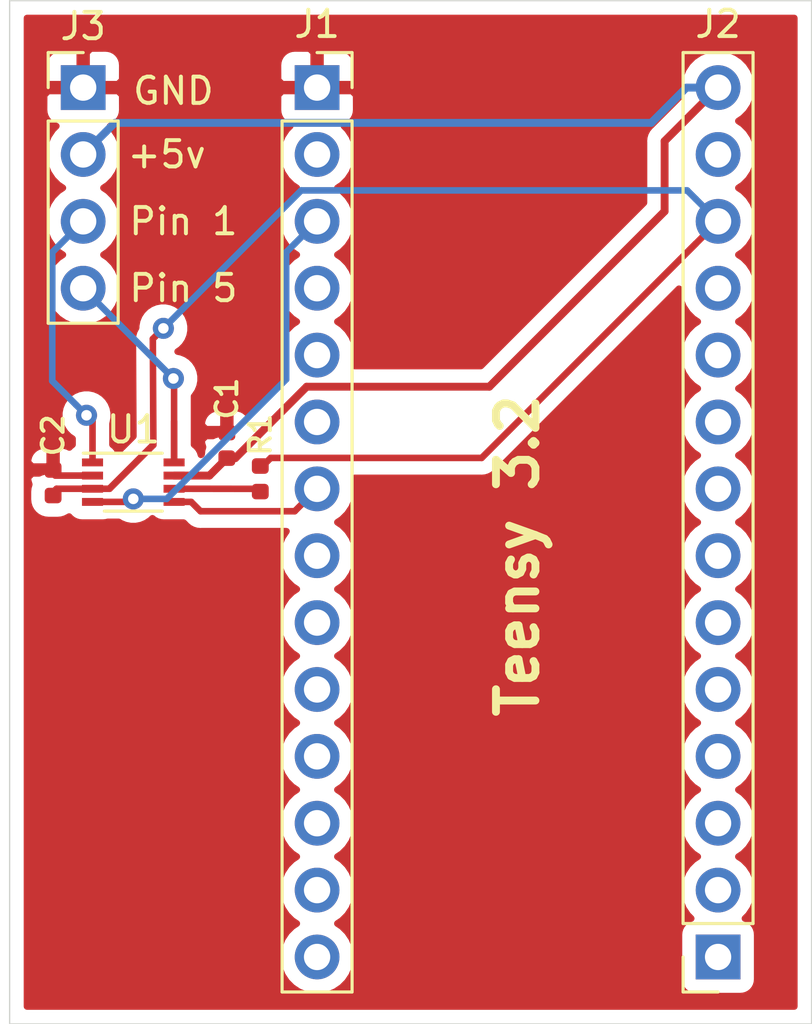
<source format=kicad_pcb>
(kicad_pcb (version 20171130) (host pcbnew "(5.1.5-0-10_14)")

  (general
    (thickness 1.6)
    (drawings 9)
    (tracks 61)
    (zones 0)
    (modules 7)
    (nets 9)
  )

  (page A4)
  (layers
    (0 F.Cu signal)
    (31 B.Cu signal)
    (32 B.Adhes user)
    (33 F.Adhes user)
    (34 B.Paste user)
    (35 F.Paste user)
    (36 B.SilkS user)
    (37 F.SilkS user)
    (38 B.Mask user)
    (39 F.Mask user)
    (40 Dwgs.User user)
    (41 Cmts.User user)
    (42 Eco1.User user)
    (43 Eco2.User user)
    (44 Edge.Cuts user)
    (45 Margin user)
    (46 B.CrtYd user)
    (47 F.CrtYd user)
    (48 B.Fab user)
    (49 F.Fab user)
  )

  (setup
    (last_trace_width 0.25)
    (user_trace_width 0.3)
    (trace_clearance 0.2)
    (zone_clearance 0.508)
    (zone_45_only no)
    (trace_min 0.2)
    (via_size 0.8)
    (via_drill 0.4)
    (via_min_size 0.4)
    (via_min_drill 0.3)
    (uvia_size 0.3)
    (uvia_drill 0.1)
    (uvias_allowed no)
    (uvia_min_size 0.2)
    (uvia_min_drill 0.1)
    (edge_width 0.05)
    (segment_width 0.2)
    (pcb_text_width 0.3)
    (pcb_text_size 1.5 1.5)
    (mod_edge_width 0.12)
    (mod_text_size 1 1)
    (mod_text_width 0.15)
    (pad_size 1.524 1.524)
    (pad_drill 0.762)
    (pad_to_mask_clearance 0.051)
    (solder_mask_min_width 0.25)
    (aux_axis_origin 0 0)
    (grid_origin 99.06 77.978)
    (visible_elements FFFFFF7F)
    (pcbplotparams
      (layerselection 0x010fc_ffffffff)
      (usegerberextensions false)
      (usegerberattributes false)
      (usegerberadvancedattributes false)
      (creategerberjobfile false)
      (excludeedgelayer true)
      (linewidth 0.100000)
      (plotframeref false)
      (viasonmask false)
      (mode 1)
      (useauxorigin false)
      (hpglpennumber 1)
      (hpglpenspeed 20)
      (hpglpendiameter 15.000000)
      (psnegative false)
      (psa4output false)
      (plotreference true)
      (plotvalue true)
      (plotinvisibletext false)
      (padsonsilk false)
      (subtractmaskfromsilk false)
      (outputformat 1)
      (mirror false)
      (drillshape 0)
      (scaleselection 1)
      (outputdirectory "gerbers/"))
  )

  (net 0 "")
  (net 1 "Net-(J1-Pad7)")
  (net 2 "Net-(J1-Pad3)")
  (net 3 GND)
  (net 4 +5V)
  (net 5 "Net-(C2-Pad2)")
  (net 6 "Net-(R1-Pad1)")
  (net 7 B1)
  (net 8 B2)

  (net_class Default "This is the default net class."
    (clearance 0.2)
    (trace_width 0.25)
    (via_dia 0.8)
    (via_drill 0.4)
    (uvia_dia 0.3)
    (uvia_drill 0.1)
    (add_net +5V)
    (add_net B1)
    (add_net B2)
    (add_net GND)
    (add_net "Net-(C2-Pad2)")
    (add_net "Net-(J1-Pad10)")
    (add_net "Net-(J1-Pad11)")
    (add_net "Net-(J1-Pad12)")
    (add_net "Net-(J1-Pad13)")
    (add_net "Net-(J1-Pad14)")
    (add_net "Net-(J1-Pad2)")
    (add_net "Net-(J1-Pad3)")
    (add_net "Net-(J1-Pad4)")
    (add_net "Net-(J1-Pad5)")
    (add_net "Net-(J1-Pad6)")
    (add_net "Net-(J1-Pad7)")
    (add_net "Net-(J1-Pad8)")
    (add_net "Net-(J1-Pad9)")
    (add_net "Net-(J2-Pad1)")
    (add_net "Net-(J2-Pad10)")
    (add_net "Net-(J2-Pad11)")
    (add_net "Net-(J2-Pad13)")
    (add_net "Net-(J2-Pad2)")
    (add_net "Net-(J2-Pad3)")
    (add_net "Net-(J2-Pad4)")
    (add_net "Net-(J2-Pad5)")
    (add_net "Net-(J2-Pad6)")
    (add_net "Net-(J2-Pad7)")
    (add_net "Net-(J2-Pad8)")
    (add_net "Net-(J2-Pad9)")
    (add_net "Net-(R1-Pad1)")
  )

  (module Package_SO:VSSOP-8_2.3x2mm_P0.5mm (layer F.Cu) (tedit 5A02F25C) (tstamp 5E34F3E2)
    (at 103.759 96.266)
    (descr "VSSOP-8 2.3x2mm Pitch 0.5mm")
    (tags "VSSOP-8 2.3x2mm Pitch 0.5mm")
    (path /5E34FFEB)
    (attr smd)
    (fp_text reference U1 (at 0 -2) (layer F.SilkS)
      (effects (font (size 1 1) (thickness 0.15)))
    )
    (fp_text value TXB0102DCT (at 0 2.2) (layer F.Fab)
      (effects (font (size 1 1) (thickness 0.15)))
    )
    (fp_text user %R (at 0 0) (layer F.Fab)
      (effects (font (size 0.5 0.5) (thickness 0.1)))
    )
    (fp_line (start 1.15 -1) (end 1.15 1) (layer F.Fab) (width 0.1))
    (fp_line (start 1.15 1) (end -1.15 1) (layer F.Fab) (width 0.1))
    (fp_line (start -1.15 1) (end -1.15 -0.45) (layer F.Fab) (width 0.1))
    (fp_line (start -0.6 -1) (end 1.15 -1) (layer F.Fab) (width 0.1))
    (fp_line (start -0.6 -1) (end -1.15 -0.45) (layer F.Fab) (width 0.1))
    (fp_line (start 1.1 -1.1) (end -1.9 -1.1) (layer F.SilkS) (width 0.12))
    (fp_line (start 1.1 1.1) (end -1.1 1.1) (layer F.SilkS) (width 0.12))
    (fp_line (start 2.25 -1.25) (end 2.25 1.25) (layer F.CrtYd) (width 0.05))
    (fp_line (start 2.25 1.25) (end -2.25 1.25) (layer F.CrtYd) (width 0.05))
    (fp_line (start -2.25 1.25) (end -2.25 -1.25) (layer F.CrtYd) (width 0.05))
    (fp_line (start -2.25 -1.25) (end 2.25 -1.25) (layer F.CrtYd) (width 0.05))
    (pad 8 smd rect (at 1.55 -0.75 270) (size 0.3 0.8) (layers F.Cu F.Paste F.Mask)
      (net 7 B1))
    (pad 7 smd rect (at 1.55 -0.25 270) (size 0.3 0.8) (layers F.Cu F.Paste F.Mask)
      (net 4 +5V))
    (pad 6 smd rect (at 1.55 0.25 270) (size 0.3 0.8) (layers F.Cu F.Paste F.Mask)
      (net 6 "Net-(R1-Pad1)"))
    (pad 5 smd rect (at 1.55 0.75 270) (size 0.3 0.8) (layers F.Cu F.Paste F.Mask)
      (net 1 "Net-(J1-Pad7)"))
    (pad 4 smd rect (at -1.55 0.75 270) (size 0.3 0.8) (layers F.Cu F.Paste F.Mask)
      (net 2 "Net-(J1-Pad3)"))
    (pad 3 smd rect (at -1.55 0.25 270) (size 0.3 0.8) (layers F.Cu F.Paste F.Mask)
      (net 5 "Net-(C2-Pad2)"))
    (pad 2 smd rect (at -1.55 -0.25 270) (size 0.3 0.8) (layers F.Cu F.Paste F.Mask)
      (net 3 GND))
    (pad 1 smd rect (at -1.55 -0.75 270) (size 0.3 0.8) (layers F.Cu F.Paste F.Mask)
      (net 8 B2))
    (model ${KISYS3DMOD}/Package_SO.3dshapes/VSSOP-8_2.3x2mm_P0.5mm.wrl
      (at (xyz 0 0 0))
      (scale (xyz 1 1 1))
      (rotate (xyz 0 0 0))
    )
  )

  (module Resistor_SMD:R_0402_1005Metric (layer F.Cu) (tedit 5B301BBD) (tstamp 5E34FBFA)
    (at 108.585 96.139 90)
    (descr "Resistor SMD 0402 (1005 Metric), square (rectangular) end terminal, IPC_7351 nominal, (Body size source: http://www.tortai-tech.com/upload/download/2011102023233369053.pdf), generated with kicad-footprint-generator")
    (tags resistor)
    (path /5E36421C)
    (attr smd)
    (fp_text reference R1 (at 1.674 0 90) (layer F.SilkS)
      (effects (font (size 0.8 0.8) (thickness 0.15)))
    )
    (fp_text value 10k (at 0 1.17 90) (layer F.Fab) hide
      (effects (font (size 1 1) (thickness 0.15)))
    )
    (fp_text user %R (at 0 0 90) (layer F.Fab)
      (effects (font (size 0.25 0.25) (thickness 0.04)))
    )
    (fp_line (start 0.93 0.47) (end -0.93 0.47) (layer F.CrtYd) (width 0.05))
    (fp_line (start 0.93 -0.47) (end 0.93 0.47) (layer F.CrtYd) (width 0.05))
    (fp_line (start -0.93 -0.47) (end 0.93 -0.47) (layer F.CrtYd) (width 0.05))
    (fp_line (start -0.93 0.47) (end -0.93 -0.47) (layer F.CrtYd) (width 0.05))
    (fp_line (start 0.5 0.25) (end -0.5 0.25) (layer F.Fab) (width 0.1))
    (fp_line (start 0.5 -0.25) (end 0.5 0.25) (layer F.Fab) (width 0.1))
    (fp_line (start -0.5 -0.25) (end 0.5 -0.25) (layer F.Fab) (width 0.1))
    (fp_line (start -0.5 0.25) (end -0.5 -0.25) (layer F.Fab) (width 0.1))
    (pad 2 smd roundrect (at 0.485 0 90) (size 0.59 0.64) (layers F.Cu F.Paste F.Mask) (roundrect_rratio 0.25)
      (net 5 "Net-(C2-Pad2)"))
    (pad 1 smd roundrect (at -0.485 0 90) (size 0.59 0.64) (layers F.Cu F.Paste F.Mask) (roundrect_rratio 0.25)
      (net 6 "Net-(R1-Pad1)"))
    (model ${KISYS3DMOD}/Resistor_SMD.3dshapes/R_0402_1005Metric.wrl
      (at (xyz 0 0 0))
      (scale (xyz 1 1 1))
      (rotate (xyz 0 0 0))
    )
  )

  (module Capacitor_SMD:C_0402_1005Metric (layer F.Cu) (tedit 5B301BBE) (tstamp 5E34F329)
    (at 100.711 96.289 270)
    (descr "Capacitor SMD 0402 (1005 Metric), square (rectangular) end terminal, IPC_7351 nominal, (Body size source: http://www.tortai-tech.com/upload/download/2011102023233369053.pdf), generated with kicad-footprint-generator")
    (tags capacitor)
    (path /5E35B4B5)
    (attr smd)
    (fp_text reference C2 (at -1.801 0 90) (layer F.SilkS)
      (effects (font (size 0.8 0.8) (thickness 0.15)))
    )
    (fp_text value .1 (at 0 1.17 90) (layer F.Fab)
      (effects (font (size 1 1) (thickness 0.15)))
    )
    (fp_text user %R (at 0 0 90) (layer F.Fab)
      (effects (font (size 0.25 0.25) (thickness 0.04)))
    )
    (fp_line (start 0.93 0.47) (end -0.93 0.47) (layer F.CrtYd) (width 0.05))
    (fp_line (start 0.93 -0.47) (end 0.93 0.47) (layer F.CrtYd) (width 0.05))
    (fp_line (start -0.93 -0.47) (end 0.93 -0.47) (layer F.CrtYd) (width 0.05))
    (fp_line (start -0.93 0.47) (end -0.93 -0.47) (layer F.CrtYd) (width 0.05))
    (fp_line (start 0.5 0.25) (end -0.5 0.25) (layer F.Fab) (width 0.1))
    (fp_line (start 0.5 -0.25) (end 0.5 0.25) (layer F.Fab) (width 0.1))
    (fp_line (start -0.5 -0.25) (end 0.5 -0.25) (layer F.Fab) (width 0.1))
    (fp_line (start -0.5 0.25) (end -0.5 -0.25) (layer F.Fab) (width 0.1))
    (pad 2 smd roundrect (at 0.485 0 270) (size 0.59 0.64) (layers F.Cu F.Paste F.Mask) (roundrect_rratio 0.25)
      (net 5 "Net-(C2-Pad2)"))
    (pad 1 smd roundrect (at -0.485 0 270) (size 0.59 0.64) (layers F.Cu F.Paste F.Mask) (roundrect_rratio 0.25)
      (net 3 GND))
    (model ${KISYS3DMOD}/Capacitor_SMD.3dshapes/C_0402_1005Metric.wrl
      (at (xyz 0 0 0))
      (scale (xyz 1 1 1))
      (rotate (xyz 0 0 0))
    )
  )

  (module Capacitor_SMD:C_0402_1005Metric (layer F.Cu) (tedit 5B301BBE) (tstamp 5E34F318)
    (at 107.315 94.869 270)
    (descr "Capacitor SMD 0402 (1005 Metric), square (rectangular) end terminal, IPC_7351 nominal, (Body size source: http://www.tortai-tech.com/upload/download/2011102023233369053.pdf), generated with kicad-footprint-generator")
    (tags capacitor)
    (path /5E359240)
    (attr smd)
    (fp_text reference C1 (at -1.778 0 90) (layer F.SilkS)
      (effects (font (size 0.8 0.8) (thickness 0.15)))
    )
    (fp_text value .1 (at 0 1.17 90) (layer F.Fab)
      (effects (font (size 1 1) (thickness 0.15)))
    )
    (fp_text user %R (at 0 0 90) (layer F.Fab)
      (effects (font (size 0.25 0.25) (thickness 0.04)))
    )
    (fp_line (start 0.93 0.47) (end -0.93 0.47) (layer F.CrtYd) (width 0.05))
    (fp_line (start 0.93 -0.47) (end 0.93 0.47) (layer F.CrtYd) (width 0.05))
    (fp_line (start -0.93 -0.47) (end 0.93 -0.47) (layer F.CrtYd) (width 0.05))
    (fp_line (start -0.93 0.47) (end -0.93 -0.47) (layer F.CrtYd) (width 0.05))
    (fp_line (start 0.5 0.25) (end -0.5 0.25) (layer F.Fab) (width 0.1))
    (fp_line (start 0.5 -0.25) (end 0.5 0.25) (layer F.Fab) (width 0.1))
    (fp_line (start -0.5 -0.25) (end 0.5 -0.25) (layer F.Fab) (width 0.1))
    (fp_line (start -0.5 0.25) (end -0.5 -0.25) (layer F.Fab) (width 0.1))
    (pad 2 smd roundrect (at 0.485 0 270) (size 0.59 0.64) (layers F.Cu F.Paste F.Mask) (roundrect_rratio 0.25)
      (net 4 +5V))
    (pad 1 smd roundrect (at -0.485 0 270) (size 0.59 0.64) (layers F.Cu F.Paste F.Mask) (roundrect_rratio 0.25)
      (net 3 GND))
    (model ${KISYS3DMOD}/Capacitor_SMD.3dshapes/C_0402_1005Metric.wrl
      (at (xyz 0 0 0))
      (scale (xyz 1 1 1))
      (rotate (xyz 0 0 0))
    )
  )

  (module Connector_PinHeader_2.54mm:PinHeader_1x04_P2.54mm_Vertical (layer F.Cu) (tedit 59FED5CC) (tstamp 5E34F3C5)
    (at 101.854 81.28)
    (descr "Through hole straight pin header, 1x04, 2.54mm pitch, single row")
    (tags "Through hole pin header THT 1x04 2.54mm single row")
    (path /5E355A39)
    (fp_text reference J3 (at 0 -2.33) (layer F.SilkS)
      (effects (font (size 1 1) (thickness 0.15)))
    )
    (fp_text value Conn_01x04_Male (at 0 9.95) (layer F.Fab) hide
      (effects (font (size 1 1) (thickness 0.15)))
    )
    (fp_text user %R (at 0 3.81 90) (layer F.Fab)
      (effects (font (size 1 1) (thickness 0.15)))
    )
    (fp_line (start 1.8 -1.8) (end -1.8 -1.8) (layer F.CrtYd) (width 0.05))
    (fp_line (start 1.8 9.4) (end 1.8 -1.8) (layer F.CrtYd) (width 0.05))
    (fp_line (start -1.8 9.4) (end 1.8 9.4) (layer F.CrtYd) (width 0.05))
    (fp_line (start -1.8 -1.8) (end -1.8 9.4) (layer F.CrtYd) (width 0.05))
    (fp_line (start -1.33 -1.33) (end 0 -1.33) (layer F.SilkS) (width 0.12))
    (fp_line (start -1.33 0) (end -1.33 -1.33) (layer F.SilkS) (width 0.12))
    (fp_line (start -1.33 1.27) (end 1.33 1.27) (layer F.SilkS) (width 0.12))
    (fp_line (start 1.33 1.27) (end 1.33 8.95) (layer F.SilkS) (width 0.12))
    (fp_line (start -1.33 1.27) (end -1.33 8.95) (layer F.SilkS) (width 0.12))
    (fp_line (start -1.33 8.95) (end 1.33 8.95) (layer F.SilkS) (width 0.12))
    (fp_line (start -1.27 -0.635) (end -0.635 -1.27) (layer F.Fab) (width 0.1))
    (fp_line (start -1.27 8.89) (end -1.27 -0.635) (layer F.Fab) (width 0.1))
    (fp_line (start 1.27 8.89) (end -1.27 8.89) (layer F.Fab) (width 0.1))
    (fp_line (start 1.27 -1.27) (end 1.27 8.89) (layer F.Fab) (width 0.1))
    (fp_line (start -0.635 -1.27) (end 1.27 -1.27) (layer F.Fab) (width 0.1))
    (pad 4 thru_hole oval (at 0 7.62) (size 1.7 1.7) (drill 1) (layers *.Cu *.Mask)
      (net 7 B1))
    (pad 3 thru_hole oval (at 0 5.08) (size 1.7 1.7) (drill 1) (layers *.Cu *.Mask)
      (net 8 B2))
    (pad 2 thru_hole oval (at 0 2.54) (size 1.7 1.7) (drill 1) (layers *.Cu *.Mask)
      (net 4 +5V))
    (pad 1 thru_hole rect (at 0 0) (size 1.7 1.7) (drill 1) (layers *.Cu *.Mask)
      (net 3 GND))
    (model ${KISYS3DMOD}/Connector_PinHeader_2.54mm.3dshapes/PinHeader_1x04_P2.54mm_Vertical.wrl
      (at (xyz 0 0 0))
      (scale (xyz 1 1 1))
      (rotate (xyz 0 0 0))
    )
  )

  (module Connector_PinSocket_2.54mm:PinSocket_1x14_P2.54mm_Vertical (layer F.Cu) (tedit 5A19A434) (tstamp 5E350CC1)
    (at 125.984 114.3 180)
    (descr "Through hole straight socket strip, 1x14, 2.54mm pitch, single row (from Kicad 4.0.7), script generated")
    (tags "Through hole socket strip THT 1x14 2.54mm single row")
    (path /5E34AC14)
    (fp_text reference J2 (at 0 35.433) (layer F.SilkS)
      (effects (font (size 1 1) (thickness 0.15)))
    )
    (fp_text value Conn_01x14_Female (at 18.034 22.86) (layer F.Fab) hide
      (effects (font (size 1 1) (thickness 0.15)))
    )
    (fp_text user %R (at 0 16.51 90) (layer F.Fab)
      (effects (font (size 1 1) (thickness 0.15)))
    )
    (fp_line (start -1.8 34.8) (end -1.8 -1.8) (layer F.CrtYd) (width 0.05))
    (fp_line (start 1.75 34.8) (end -1.8 34.8) (layer F.CrtYd) (width 0.05))
    (fp_line (start 1.75 -1.8) (end 1.75 34.8) (layer F.CrtYd) (width 0.05))
    (fp_line (start -1.8 -1.8) (end 1.75 -1.8) (layer F.CrtYd) (width 0.05))
    (fp_line (start 0 -1.33) (end 1.33 -1.33) (layer F.SilkS) (width 0.12))
    (fp_line (start 1.33 -1.33) (end 1.33 0) (layer F.SilkS) (width 0.12))
    (fp_line (start 1.33 1.27) (end 1.33 34.35) (layer F.SilkS) (width 0.12))
    (fp_line (start -1.33 34.35) (end 1.33 34.35) (layer F.SilkS) (width 0.12))
    (fp_line (start -1.33 1.27) (end -1.33 34.35) (layer F.SilkS) (width 0.12))
    (fp_line (start -1.33 1.27) (end 1.33 1.27) (layer F.SilkS) (width 0.12))
    (fp_line (start -1.27 34.29) (end -1.27 -1.27) (layer F.Fab) (width 0.1))
    (fp_line (start 1.27 34.29) (end -1.27 34.29) (layer F.Fab) (width 0.1))
    (fp_line (start 1.27 -0.635) (end 1.27 34.29) (layer F.Fab) (width 0.1))
    (fp_line (start 0.635 -1.27) (end 1.27 -0.635) (layer F.Fab) (width 0.1))
    (fp_line (start -1.27 -1.27) (end 0.635 -1.27) (layer F.Fab) (width 0.1))
    (pad 14 thru_hole oval (at 0 33.02 180) (size 1.7 1.7) (drill 1) (layers *.Cu *.Mask)
      (net 4 +5V))
    (pad 13 thru_hole oval (at 0 30.48 180) (size 1.7 1.7) (drill 1) (layers *.Cu *.Mask))
    (pad 12 thru_hole oval (at 0 27.94 180) (size 1.7 1.7) (drill 1) (layers *.Cu *.Mask)
      (net 5 "Net-(C2-Pad2)"))
    (pad 11 thru_hole oval (at 0 25.4 180) (size 1.7 1.7) (drill 1) (layers *.Cu *.Mask))
    (pad 10 thru_hole oval (at 0 22.86 180) (size 1.7 1.7) (drill 1) (layers *.Cu *.Mask))
    (pad 9 thru_hole oval (at 0 20.32 180) (size 1.7 1.7) (drill 1) (layers *.Cu *.Mask))
    (pad 8 thru_hole oval (at 0 17.78 180) (size 1.7 1.7) (drill 1) (layers *.Cu *.Mask))
    (pad 7 thru_hole oval (at 0 15.24 180) (size 1.7 1.7) (drill 1) (layers *.Cu *.Mask))
    (pad 6 thru_hole oval (at 0 12.7 180) (size 1.7 1.7) (drill 1) (layers *.Cu *.Mask))
    (pad 5 thru_hole oval (at 0 10.16 180) (size 1.7 1.7) (drill 1) (layers *.Cu *.Mask))
    (pad 4 thru_hole oval (at 0 7.62 180) (size 1.7 1.7) (drill 1) (layers *.Cu *.Mask))
    (pad 3 thru_hole oval (at 0 5.08 180) (size 1.7 1.7) (drill 1) (layers *.Cu *.Mask))
    (pad 2 thru_hole oval (at 0 2.54 180) (size 1.7 1.7) (drill 1) (layers *.Cu *.Mask))
    (pad 1 thru_hole rect (at 0 0 180) (size 1.7 1.7) (drill 1) (layers *.Cu *.Mask))
    (model ${KISYS3DMOD}/Connector_PinSocket_2.54mm.3dshapes/PinSocket_1x14_P2.54mm_Vertical.wrl
      (at (xyz 0 0 0))
      (scale (xyz 1 1 1))
      (rotate (xyz 0 0 0))
    )
  )

  (module Connector_PinSocket_2.54mm:PinSocket_1x14_P2.54mm_Vertical (layer F.Cu) (tedit 5A19A434) (tstamp 5E34EEE1)
    (at 110.744 81.28)
    (descr "Through hole straight socket strip, 1x14, 2.54mm pitch, single row (from Kicad 4.0.7), script generated")
    (tags "Through hole socket strip THT 1x14 2.54mm single row")
    (path /5E3499D0)
    (fp_text reference J1 (at 0 -2.413) (layer F.SilkS)
      (effects (font (size 1 1) (thickness 0.15)))
    )
    (fp_text value Conn_01x14_Female (at -27.686 20.32) (layer F.Fab) hide
      (effects (font (size 1 1) (thickness 0.15)))
    )
    (fp_text user %R (at 0 16.51 90) (layer F.Fab) hide
      (effects (font (size 1 1) (thickness 0.15)))
    )
    (fp_line (start -1.8 34.8) (end -1.8 -1.8) (layer F.CrtYd) (width 0.05))
    (fp_line (start 1.75 34.8) (end -1.8 34.8) (layer F.CrtYd) (width 0.05))
    (fp_line (start 1.75 -1.8) (end 1.75 34.8) (layer F.CrtYd) (width 0.05))
    (fp_line (start -1.8 -1.8) (end 1.75 -1.8) (layer F.CrtYd) (width 0.05))
    (fp_line (start 0 -1.33) (end 1.33 -1.33) (layer F.SilkS) (width 0.12))
    (fp_line (start 1.33 -1.33) (end 1.33 0) (layer F.SilkS) (width 0.12))
    (fp_line (start 1.33 1.27) (end 1.33 34.35) (layer F.SilkS) (width 0.12))
    (fp_line (start -1.33 34.35) (end 1.33 34.35) (layer F.SilkS) (width 0.12))
    (fp_line (start -1.33 1.27) (end -1.33 34.35) (layer F.SilkS) (width 0.12))
    (fp_line (start -1.33 1.27) (end 1.33 1.27) (layer F.SilkS) (width 0.12))
    (fp_line (start -1.27 34.29) (end -1.27 -1.27) (layer F.Fab) (width 0.1))
    (fp_line (start 1.27 34.29) (end -1.27 34.29) (layer F.Fab) (width 0.1))
    (fp_line (start 1.27 -0.635) (end 1.27 34.29) (layer F.Fab) (width 0.1))
    (fp_line (start 0.635 -1.27) (end 1.27 -0.635) (layer F.Fab) (width 0.1))
    (fp_line (start -1.27 -1.27) (end 0.635 -1.27) (layer F.Fab) (width 0.1))
    (pad 14 thru_hole oval (at 0 33.02) (size 1.7 1.7) (drill 1) (layers *.Cu *.Mask))
    (pad 13 thru_hole oval (at 0 30.48) (size 1.7 1.7) (drill 1) (layers *.Cu *.Mask))
    (pad 12 thru_hole oval (at 0 27.94) (size 1.7 1.7) (drill 1) (layers *.Cu *.Mask))
    (pad 11 thru_hole oval (at 0 25.4) (size 1.7 1.7) (drill 1) (layers *.Cu *.Mask))
    (pad 10 thru_hole oval (at 0 22.86) (size 1.7 1.7) (drill 1) (layers *.Cu *.Mask))
    (pad 9 thru_hole oval (at 0 20.32) (size 1.7 1.7) (drill 1) (layers *.Cu *.Mask))
    (pad 8 thru_hole oval (at 0 17.78) (size 1.7 1.7) (drill 1) (layers *.Cu *.Mask))
    (pad 7 thru_hole oval (at 0 15.24) (size 1.7 1.7) (drill 1) (layers *.Cu *.Mask)
      (net 1 "Net-(J1-Pad7)"))
    (pad 6 thru_hole oval (at 0 12.7) (size 1.7 1.7) (drill 1) (layers *.Cu *.Mask))
    (pad 5 thru_hole oval (at 0 10.16) (size 1.7 1.7) (drill 1) (layers *.Cu *.Mask))
    (pad 4 thru_hole oval (at 0 7.62) (size 1.7 1.7) (drill 1) (layers *.Cu *.Mask))
    (pad 3 thru_hole oval (at 0 5.08) (size 1.7 1.7) (drill 1) (layers *.Cu *.Mask)
      (net 2 "Net-(J1-Pad3)"))
    (pad 2 thru_hole oval (at 0 2.54) (size 1.7 1.7) (drill 1) (layers *.Cu *.Mask))
    (pad 1 thru_hole rect (at 0 0) (size 1.7 1.7) (drill 1) (layers *.Cu *.Mask)
      (net 3 GND))
    (model ${KISYS3DMOD}/Connector_PinSocket_2.54mm.3dshapes/PinSocket_1x14_P2.54mm_Vertical.wrl
      (at (xyz 0 0 0))
      (scale (xyz 1 1 1))
      (rotate (xyz 0 0 0))
    )
  )

  (gr_text "Teensy 3.2" (at 118.364 99.06 90) (layer F.SilkS)
    (effects (font (size 1.5 1.5) (thickness 0.3)))
  )
  (gr_text GND (at 105.283 81.407) (layer F.SilkS)
    (effects (font (size 1 1) (thickness 0.15)))
  )
  (gr_text +5v (at 105.029 83.82) (layer F.SilkS)
    (effects (font (size 1 1) (thickness 0.15)))
  )
  (gr_text "Pin 5" (at 105.664 88.9) (layer F.SilkS)
    (effects (font (size 1 1) (thickness 0.15)))
  )
  (gr_text "Pin 1\n" (at 105.664 86.36) (layer F.SilkS)
    (effects (font (size 1 1) (thickness 0.15)))
  )
  (gr_line (start 99.06 116.84) (end 99.06 77.978) (layer Edge.Cuts) (width 0.05) (tstamp 5E34F183))
  (gr_line (start 129.54 116.84) (end 99.06 116.84) (layer Edge.Cuts) (width 0.05))
  (gr_line (start 129.54 77.978) (end 129.54 116.84) (layer Edge.Cuts) (width 0.05))
  (gr_line (start 99.06 77.978) (end 129.54 77.978) (layer Edge.Cuts) (width 0.05))

  (segment (start 106.312999 97.369999) (end 105.959 97.016) (width 0.25) (layer F.Cu) (net 1))
  (segment (start 105.959 97.016) (end 105.309 97.016) (width 0.25) (layer F.Cu) (net 1))
  (segment (start 109.894001 97.369999) (end 106.312999 97.369999) (width 0.25) (layer F.Cu) (net 1))
  (segment (start 110.744 96.52) (end 109.894001 97.369999) (width 0.25) (layer F.Cu) (net 1))
  (via (at 103.759 96.901) (size 0.8) (drill 0.4) (layers F.Cu B.Cu) (net 2))
  (segment (start 109.894001 87.209999) (end 110.744 86.36) (width 0.25) (layer B.Cu) (net 2))
  (segment (start 109.568999 87.535001) (end 109.894001 87.209999) (width 0.25) (layer B.Cu) (net 2))
  (segment (start 109.568999 92.361001) (end 109.568999 87.535001) (width 0.25) (layer B.Cu) (net 2))
  (segment (start 103.644 97.016) (end 102.209 97.016) (width 0.25) (layer F.Cu) (net 2))
  (segment (start 103.759 96.901) (end 103.644 97.016) (width 0.25) (layer F.Cu) (net 2))
  (segment (start 105.029 96.901) (end 109.568999 92.361001) (width 0.25) (layer B.Cu) (net 2))
  (segment (start 103.759 96.901) (end 105.029 96.901) (width 0.25) (layer B.Cu) (net 2))
  (segment (start 100.796 96.016) (end 102.209 96.016) (width 0.25) (layer F.Cu) (net 3))
  (segment (start 100.584 95.804) (end 100.796 96.016) (width 0.25) (layer F.Cu) (net 3))
  (segment (start 102.703999 82.970001) (end 101.854 83.82) (width 0.3) (layer B.Cu) (net 4))
  (segment (start 103.054001 82.619999) (end 102.703999 82.970001) (width 0.3) (layer B.Cu) (net 4))
  (segment (start 123.44192 82.619999) (end 103.054001 82.619999) (width 0.3) (layer B.Cu) (net 4))
  (segment (start 124.781919 81.28) (end 123.44192 82.619999) (width 0.3) (layer B.Cu) (net 4))
  (segment (start 125.984 81.28) (end 124.781919 81.28) (width 0.3) (layer B.Cu) (net 4))
  (segment (start 106.653 96.016) (end 107.315 95.354) (width 0.3) (layer F.Cu) (net 4))
  (segment (start 105.309 96.016) (end 106.653 96.016) (width 0.3) (layer F.Cu) (net 4))
  (segment (start 107.315 95.354) (end 107.635 95.354) (width 0.3) (layer F.Cu) (net 4))
  (segment (start 110.348999 92.640001) (end 117.290999 92.640001) (width 0.3) (layer F.Cu) (net 4))
  (segment (start 107.635 95.354) (end 110.348999 92.640001) (width 0.3) (layer F.Cu) (net 4))
  (segment (start 117.290999 92.640001) (end 123.952 85.979) (width 0.3) (layer F.Cu) (net 4))
  (segment (start 123.952 83.312) (end 125.984 81.28) (width 0.3) (layer F.Cu) (net 4))
  (segment (start 123.952 85.979) (end 123.952 83.312) (width 0.3) (layer F.Cu) (net 4))
  (via (at 104.902 90.424) (size 0.8) (drill 0.4) (layers F.Cu B.Cu) (net 5))
  (segment (start 125.134001 85.510001) (end 125.984 86.36) (width 0.25) (layer B.Cu) (net 5))
  (segment (start 124.808999 85.184999) (end 125.134001 85.510001) (width 0.25) (layer B.Cu) (net 5))
  (segment (start 110.141001 85.184999) (end 124.808999 85.184999) (width 0.25) (layer B.Cu) (net 5))
  (segment (start 104.902 90.424) (end 110.141001 85.184999) (width 0.25) (layer B.Cu) (net 5))
  (segment (start 119.728999 92.615001) (end 125.134001 87.209999) (width 0.25) (layer F.Cu) (net 5))
  (segment (start 108.983001 95.344999) (end 116.999001 95.344999) (width 0.25) (layer F.Cu) (net 5))
  (segment (start 116.999001 95.344999) (end 125.134001 87.209999) (width 0.25) (layer F.Cu) (net 5))
  (segment (start 108.778 95.55) (end 108.983001 95.344999) (width 0.25) (layer F.Cu) (net 5))
  (segment (start 125.134001 87.209999) (end 125.984 86.36) (width 0.25) (layer F.Cu) (net 5))
  (segment (start 108.458 95.55) (end 108.778 95.55) (width 0.25) (layer F.Cu) (net 5))
  (segment (start 102.869001 96.491001) (end 104.502001 94.858001) (width 0.25) (layer F.Cu) (net 5))
  (segment (start 104.502001 90.823999) (end 104.902 90.424) (width 0.25) (layer F.Cu) (net 5))
  (segment (start 100.842 96.516) (end 102.209 96.516) (width 0.25) (layer F.Cu) (net 5))
  (segment (start 100.584 96.774) (end 100.842 96.516) (width 0.25) (layer F.Cu) (net 5))
  (segment (start 104.521 94.854) (end 104.521 94.742) (width 0.25) (layer F.Cu) (net 5))
  (segment (start 102.209 96.516) (end 102.859 96.516) (width 0.25) (layer F.Cu) (net 5))
  (segment (start 102.859 96.516) (end 104.521 94.854) (width 0.25) (layer F.Cu) (net 5))
  (segment (start 104.521 94.742) (end 104.502001 90.823999) (width 0.25) (layer F.Cu) (net 5))
  (segment (start 104.502001 94.858001) (end 104.521 94.742) (width 0.25) (layer F.Cu) (net 5))
  (segment (start 108.458 96.52) (end 105.309 96.516) (width 0.25) (layer F.Cu) (net 6))
  (via (at 105.283 92.329) (size 0.8) (drill 0.4) (layers F.Cu B.Cu) (net 7))
  (segment (start 105.309 95.516) (end 105.309 93.954) (width 0.25) (layer F.Cu) (net 7))
  (segment (start 105.309 92.355) (end 105.283 92.329) (width 0.25) (layer F.Cu) (net 7))
  (segment (start 105.309 95.516) (end 105.309 92.355) (width 0.25) (layer F.Cu) (net 7))
  (segment (start 105.283 92.329) (end 101.854 88.9) (width 0.25) (layer B.Cu) (net 7))
  (via (at 101.981 93.726) (size 0.8) (drill 0.4) (layers F.Cu B.Cu) (net 8))
  (segment (start 101.99 93.844) (end 102.108 93.726) (width 0.25) (layer F.Cu) (net 8))
  (segment (start 100.678999 92.423999) (end 101.581001 93.326001) (width 0.25) (layer B.Cu) (net 8))
  (segment (start 100.678999 87.535001) (end 100.678999 92.423999) (width 0.25) (layer B.Cu) (net 8))
  (segment (start 101.581001 93.326001) (end 101.981 93.726) (width 0.25) (layer B.Cu) (net 8))
  (segment (start 101.854 86.36) (end 100.678999 87.535001) (width 0.25) (layer B.Cu) (net 8))
  (segment (start 102.209 93.954) (end 101.981 93.726) (width 0.25) (layer F.Cu) (net 8))
  (segment (start 102.209 95.516) (end 102.209 93.954) (width 0.25) (layer F.Cu) (net 8))

  (zone (net 3) (net_name GND) (layer F.Cu) (tstamp 5E351ACA) (hatch edge 0.508)
    (connect_pads (clearance 0.508))
    (min_thickness 0.254)
    (fill yes (arc_segments 32) (thermal_gap 0.508) (thermal_bridge_width 0.508))
    (polygon
      (pts
        (xy 129.54 116.84) (xy 99.06 116.84) (xy 99.06 77.978) (xy 129.54 77.978)
      )
    )
    (filled_polygon
      (pts
        (xy 128.880001 116.18) (xy 99.72 116.18) (xy 99.72 96.099) (xy 99.752928 96.099) (xy 99.765188 96.223482)
        (xy 99.801498 96.34318) (xy 99.805312 96.350316) (xy 99.768023 96.473243) (xy 99.752928 96.6265) (xy 99.752928 96.9215)
        (xy 99.768023 97.074757) (xy 99.812726 97.222125) (xy 99.885321 97.35794) (xy 99.983017 97.476983) (xy 100.10206 97.574679)
        (xy 100.237875 97.647274) (xy 100.385243 97.691977) (xy 100.5385 97.707072) (xy 100.8835 97.707072) (xy 101.036757 97.691977)
        (xy 101.184125 97.647274) (xy 101.31994 97.574679) (xy 101.321727 97.573212) (xy 101.357815 97.617185) (xy 101.454506 97.696537)
        (xy 101.56482 97.755502) (xy 101.684518 97.791812) (xy 101.809 97.804072) (xy 102.609 97.804072) (xy 102.733482 97.791812)
        (xy 102.785607 97.776) (xy 103.20558 97.776) (xy 103.268744 97.818205) (xy 103.457102 97.896226) (xy 103.657061 97.936)
        (xy 103.860939 97.936) (xy 104.060898 97.896226) (xy 104.249256 97.818205) (xy 104.418774 97.704937) (xy 104.484569 97.639142)
        (xy 104.554506 97.696537) (xy 104.66482 97.755502) (xy 104.784518 97.791812) (xy 104.909 97.804072) (xy 105.672271 97.804072)
        (xy 105.749195 97.880996) (xy 105.772998 97.91) (xy 105.888723 98.004973) (xy 106.020752 98.075545) (xy 106.164013 98.119002)
        (xy 106.275666 98.129999) (xy 106.275675 98.129999) (xy 106.312998 98.133675) (xy 106.350321 98.129999) (xy 109.579413 98.129999)
        (xy 109.42801 98.356589) (xy 109.316068 98.626842) (xy 109.259 98.91374) (xy 109.259 99.20626) (xy 109.316068 99.493158)
        (xy 109.42801 99.763411) (xy 109.590525 100.006632) (xy 109.797368 100.213475) (xy 109.97176 100.33) (xy 109.797368 100.446525)
        (xy 109.590525 100.653368) (xy 109.42801 100.896589) (xy 109.316068 101.166842) (xy 109.259 101.45374) (xy 109.259 101.74626)
        (xy 109.316068 102.033158) (xy 109.42801 102.303411) (xy 109.590525 102.546632) (xy 109.797368 102.753475) (xy 109.97176 102.87)
        (xy 109.797368 102.986525) (xy 109.590525 103.193368) (xy 109.42801 103.436589) (xy 109.316068 103.706842) (xy 109.259 103.99374)
        (xy 109.259 104.28626) (xy 109.316068 104.573158) (xy 109.42801 104.843411) (xy 109.590525 105.086632) (xy 109.797368 105.293475)
        (xy 109.97176 105.41) (xy 109.797368 105.526525) (xy 109.590525 105.733368) (xy 109.42801 105.976589) (xy 109.316068 106.246842)
        (xy 109.259 106.53374) (xy 109.259 106.82626) (xy 109.316068 107.113158) (xy 109.42801 107.383411) (xy 109.590525 107.626632)
        (xy 109.797368 107.833475) (xy 109.97176 107.95) (xy 109.797368 108.066525) (xy 109.590525 108.273368) (xy 109.42801 108.516589)
        (xy 109.316068 108.786842) (xy 109.259 109.07374) (xy 109.259 109.36626) (xy 109.316068 109.653158) (xy 109.42801 109.923411)
        (xy 109.590525 110.166632) (xy 109.797368 110.373475) (xy 109.97176 110.49) (xy 109.797368 110.606525) (xy 109.590525 110.813368)
        (xy 109.42801 111.056589) (xy 109.316068 111.326842) (xy 109.259 111.61374) (xy 109.259 111.90626) (xy 109.316068 112.193158)
        (xy 109.42801 112.463411) (xy 109.590525 112.706632) (xy 109.797368 112.913475) (xy 109.97176 113.03) (xy 109.797368 113.146525)
        (xy 109.590525 113.353368) (xy 109.42801 113.596589) (xy 109.316068 113.866842) (xy 109.259 114.15374) (xy 109.259 114.44626)
        (xy 109.316068 114.733158) (xy 109.42801 115.003411) (xy 109.590525 115.246632) (xy 109.797368 115.453475) (xy 110.040589 115.61599)
        (xy 110.310842 115.727932) (xy 110.59774 115.785) (xy 110.89026 115.785) (xy 111.177158 115.727932) (xy 111.447411 115.61599)
        (xy 111.690632 115.453475) (xy 111.897475 115.246632) (xy 112.05999 115.003411) (xy 112.171932 114.733158) (xy 112.229 114.44626)
        (xy 112.229 114.15374) (xy 112.171932 113.866842) (xy 112.05999 113.596589) (xy 111.897475 113.353368) (xy 111.690632 113.146525)
        (xy 111.51624 113.03) (xy 111.690632 112.913475) (xy 111.897475 112.706632) (xy 112.05999 112.463411) (xy 112.171932 112.193158)
        (xy 112.229 111.90626) (xy 112.229 111.61374) (xy 112.171932 111.326842) (xy 112.05999 111.056589) (xy 111.897475 110.813368)
        (xy 111.690632 110.606525) (xy 111.51624 110.49) (xy 111.690632 110.373475) (xy 111.897475 110.166632) (xy 112.05999 109.923411)
        (xy 112.171932 109.653158) (xy 112.229 109.36626) (xy 112.229 109.07374) (xy 112.171932 108.786842) (xy 112.05999 108.516589)
        (xy 111.897475 108.273368) (xy 111.690632 108.066525) (xy 111.51624 107.95) (xy 111.690632 107.833475) (xy 111.897475 107.626632)
        (xy 112.05999 107.383411) (xy 112.171932 107.113158) (xy 112.229 106.82626) (xy 112.229 106.53374) (xy 112.171932 106.246842)
        (xy 112.05999 105.976589) (xy 111.897475 105.733368) (xy 111.690632 105.526525) (xy 111.51624 105.41) (xy 111.690632 105.293475)
        (xy 111.897475 105.086632) (xy 112.05999 104.843411) (xy 112.171932 104.573158) (xy 112.229 104.28626) (xy 112.229 103.99374)
        (xy 112.171932 103.706842) (xy 112.05999 103.436589) (xy 111.897475 103.193368) (xy 111.690632 102.986525) (xy 111.51624 102.87)
        (xy 111.690632 102.753475) (xy 111.897475 102.546632) (xy 112.05999 102.303411) (xy 112.171932 102.033158) (xy 112.229 101.74626)
        (xy 112.229 101.45374) (xy 112.171932 101.166842) (xy 112.05999 100.896589) (xy 111.897475 100.653368) (xy 111.690632 100.446525)
        (xy 111.51624 100.33) (xy 111.690632 100.213475) (xy 111.897475 100.006632) (xy 112.05999 99.763411) (xy 112.171932 99.493158)
        (xy 112.229 99.20626) (xy 112.229 98.91374) (xy 112.171932 98.626842) (xy 112.05999 98.356589) (xy 111.897475 98.113368)
        (xy 111.690632 97.906525) (xy 111.51624 97.79) (xy 111.690632 97.673475) (xy 111.897475 97.466632) (xy 112.05999 97.223411)
        (xy 112.171932 96.953158) (xy 112.229 96.66626) (xy 112.229 96.37374) (xy 112.175544 96.104999) (xy 116.961679 96.104999)
        (xy 116.999001 96.108675) (xy 117.036323 96.104999) (xy 117.036334 96.104999) (xy 117.147987 96.094002) (xy 117.291248 96.050545)
        (xy 117.423277 95.979973) (xy 117.539002 95.885) (xy 117.562805 95.855996) (xy 124.499 88.919802) (xy 124.499 89.04626)
        (xy 124.556068 89.333158) (xy 124.66801 89.603411) (xy 124.830525 89.846632) (xy 125.037368 90.053475) (xy 125.21176 90.17)
        (xy 125.037368 90.286525) (xy 124.830525 90.493368) (xy 124.66801 90.736589) (xy 124.556068 91.006842) (xy 124.499 91.29374)
        (xy 124.499 91.58626) (xy 124.556068 91.873158) (xy 124.66801 92.143411) (xy 124.830525 92.386632) (xy 125.037368 92.593475)
        (xy 125.21176 92.71) (xy 125.037368 92.826525) (xy 124.830525 93.033368) (xy 124.66801 93.276589) (xy 124.556068 93.546842)
        (xy 124.499 93.83374) (xy 124.499 94.12626) (xy 124.556068 94.413158) (xy 124.66801 94.683411) (xy 124.830525 94.926632)
        (xy 125.037368 95.133475) (xy 125.21176 95.25) (xy 125.037368 95.366525) (xy 124.830525 95.573368) (xy 124.66801 95.816589)
        (xy 124.556068 96.086842) (xy 124.499 96.37374) (xy 124.499 96.66626) (xy 124.556068 96.953158) (xy 124.66801 97.223411)
        (xy 124.830525 97.466632) (xy 125.037368 97.673475) (xy 125.21176 97.79) (xy 125.037368 97.906525) (xy 124.830525 98.113368)
        (xy 124.66801 98.356589) (xy 124.556068 98.626842) (xy 124.499 98.91374) (xy 124.499 99.20626) (xy 124.556068 99.493158)
        (xy 124.66801 99.763411) (xy 124.830525 100.006632) (xy 125.037368 100.213475) (xy 125.21176 100.33) (xy 125.037368 100.446525)
        (xy 124.830525 100.653368) (xy 124.66801 100.896589) (xy 124.556068 101.166842) (xy 124.499 101.45374) (xy 124.499 101.74626)
        (xy 124.556068 102.033158) (xy 124.66801 102.303411) (xy 124.830525 102.546632) (xy 125.037368 102.753475) (xy 125.21176 102.87)
        (xy 125.037368 102.986525) (xy 124.830525 103.193368) (xy 124.66801 103.436589) (xy 124.556068 103.706842) (xy 124.499 103.99374)
        (xy 124.499 104.28626) (xy 124.556068 104.573158) (xy 124.66801 104.843411) (xy 124.830525 105.086632) (xy 125.037368 105.293475)
        (xy 125.21176 105.41) (xy 125.037368 105.526525) (xy 124.830525 105.733368) (xy 124.66801 105.976589) (xy 124.556068 106.246842)
        (xy 124.499 106.53374) (xy 124.499 106.82626) (xy 124.556068 107.113158) (xy 124.66801 107.383411) (xy 124.830525 107.626632)
        (xy 125.037368 107.833475) (xy 125.21176 107.95) (xy 125.037368 108.066525) (xy 124.830525 108.273368) (xy 124.66801 108.516589)
        (xy 124.556068 108.786842) (xy 124.499 109.07374) (xy 124.499 109.36626) (xy 124.556068 109.653158) (xy 124.66801 109.923411)
        (xy 124.830525 110.166632) (xy 125.037368 110.373475) (xy 125.21176 110.49) (xy 125.037368 110.606525) (xy 124.830525 110.813368)
        (xy 124.66801 111.056589) (xy 124.556068 111.326842) (xy 124.499 111.61374) (xy 124.499 111.90626) (xy 124.556068 112.193158)
        (xy 124.66801 112.463411) (xy 124.830525 112.706632) (xy 124.96238 112.838487) (xy 124.88982 112.860498) (xy 124.779506 112.919463)
        (xy 124.682815 112.998815) (xy 124.603463 113.095506) (xy 124.544498 113.20582) (xy 124.508188 113.325518) (xy 124.495928 113.45)
        (xy 124.495928 115.15) (xy 124.508188 115.274482) (xy 124.544498 115.39418) (xy 124.603463 115.504494) (xy 124.682815 115.601185)
        (xy 124.779506 115.680537) (xy 124.88982 115.739502) (xy 125.009518 115.775812) (xy 125.134 115.788072) (xy 126.834 115.788072)
        (xy 126.958482 115.775812) (xy 127.07818 115.739502) (xy 127.188494 115.680537) (xy 127.285185 115.601185) (xy 127.364537 115.504494)
        (xy 127.423502 115.39418) (xy 127.459812 115.274482) (xy 127.472072 115.15) (xy 127.472072 113.45) (xy 127.459812 113.325518)
        (xy 127.423502 113.20582) (xy 127.364537 113.095506) (xy 127.285185 112.998815) (xy 127.188494 112.919463) (xy 127.07818 112.860498)
        (xy 127.00562 112.838487) (xy 127.137475 112.706632) (xy 127.29999 112.463411) (xy 127.411932 112.193158) (xy 127.469 111.90626)
        (xy 127.469 111.61374) (xy 127.411932 111.326842) (xy 127.29999 111.056589) (xy 127.137475 110.813368) (xy 126.930632 110.606525)
        (xy 126.75624 110.49) (xy 126.930632 110.373475) (xy 127.137475 110.166632) (xy 127.29999 109.923411) (xy 127.411932 109.653158)
        (xy 127.469 109.36626) (xy 127.469 109.07374) (xy 127.411932 108.786842) (xy 127.29999 108.516589) (xy 127.137475 108.273368)
        (xy 126.930632 108.066525) (xy 126.75624 107.95) (xy 126.930632 107.833475) (xy 127.137475 107.626632) (xy 127.29999 107.383411)
        (xy 127.411932 107.113158) (xy 127.469 106.82626) (xy 127.469 106.53374) (xy 127.411932 106.246842) (xy 127.29999 105.976589)
        (xy 127.137475 105.733368) (xy 126.930632 105.526525) (xy 126.75624 105.41) (xy 126.930632 105.293475) (xy 127.137475 105.086632)
        (xy 127.29999 104.843411) (xy 127.411932 104.573158) (xy 127.469 104.28626) (xy 127.469 103.99374) (xy 127.411932 103.706842)
        (xy 127.29999 103.436589) (xy 127.137475 103.193368) (xy 126.930632 102.986525) (xy 126.75624 102.87) (xy 126.930632 102.753475)
        (xy 127.137475 102.546632) (xy 127.29999 102.303411) (xy 127.411932 102.033158) (xy 127.469 101.74626) (xy 127.469 101.45374)
        (xy 127.411932 101.166842) (xy 127.29999 100.896589) (xy 127.137475 100.653368) (xy 126.930632 100.446525) (xy 126.75624 100.33)
        (xy 126.930632 100.213475) (xy 127.137475 100.006632) (xy 127.29999 99.763411) (xy 127.411932 99.493158) (xy 127.469 99.20626)
        (xy 127.469 98.91374) (xy 127.411932 98.626842) (xy 127.29999 98.356589) (xy 127.137475 98.113368) (xy 126.930632 97.906525)
        (xy 126.75624 97.79) (xy 126.930632 97.673475) (xy 127.137475 97.466632) (xy 127.29999 97.223411) (xy 127.411932 96.953158)
        (xy 127.469 96.66626) (xy 127.469 96.37374) (xy 127.411932 96.086842) (xy 127.29999 95.816589) (xy 127.137475 95.573368)
        (xy 126.930632 95.366525) (xy 126.75624 95.25) (xy 126.930632 95.133475) (xy 127.137475 94.926632) (xy 127.29999 94.683411)
        (xy 127.411932 94.413158) (xy 127.469 94.12626) (xy 127.469 93.83374) (xy 127.411932 93.546842) (xy 127.29999 93.276589)
        (xy 127.137475 93.033368) (xy 126.930632 92.826525) (xy 126.75624 92.71) (xy 126.930632 92.593475) (xy 127.137475 92.386632)
        (xy 127.29999 92.143411) (xy 127.411932 91.873158) (xy 127.469 91.58626) (xy 127.469 91.29374) (xy 127.411932 91.006842)
        (xy 127.29999 90.736589) (xy 127.137475 90.493368) (xy 126.930632 90.286525) (xy 126.75624 90.17) (xy 126.930632 90.053475)
        (xy 127.137475 89.846632) (xy 127.29999 89.603411) (xy 127.411932 89.333158) (xy 127.469 89.04626) (xy 127.469 88.75374)
        (xy 127.411932 88.466842) (xy 127.29999 88.196589) (xy 127.137475 87.953368) (xy 126.930632 87.746525) (xy 126.75624 87.63)
        (xy 126.930632 87.513475) (xy 127.137475 87.306632) (xy 127.29999 87.063411) (xy 127.411932 86.793158) (xy 127.469 86.50626)
        (xy 127.469 86.21374) (xy 127.411932 85.926842) (xy 127.29999 85.656589) (xy 127.137475 85.413368) (xy 126.930632 85.206525)
        (xy 126.75624 85.09) (xy 126.930632 84.973475) (xy 127.137475 84.766632) (xy 127.29999 84.523411) (xy 127.411932 84.253158)
        (xy 127.469 83.96626) (xy 127.469 83.67374) (xy 127.411932 83.386842) (xy 127.29999 83.116589) (xy 127.137475 82.873368)
        (xy 126.930632 82.666525) (xy 126.75624 82.55) (xy 126.930632 82.433475) (xy 127.137475 82.226632) (xy 127.29999 81.983411)
        (xy 127.411932 81.713158) (xy 127.469 81.42626) (xy 127.469 81.13374) (xy 127.411932 80.846842) (xy 127.29999 80.576589)
        (xy 127.137475 80.333368) (xy 126.930632 80.126525) (xy 126.687411 79.96401) (xy 126.417158 79.852068) (xy 126.13026 79.795)
        (xy 125.83774 79.795) (xy 125.550842 79.852068) (xy 125.280589 79.96401) (xy 125.037368 80.126525) (xy 124.830525 80.333368)
        (xy 124.66801 80.576589) (xy 124.556068 80.846842) (xy 124.499 81.13374) (xy 124.499 81.42626) (xy 124.536925 81.616918)
        (xy 123.424185 82.729658) (xy 123.394237 82.754236) (xy 123.369659 82.784184) (xy 123.369655 82.784188) (xy 123.33669 82.824356)
        (xy 123.296139 82.873767) (xy 123.257177 82.94666) (xy 123.223246 83.010141) (xy 123.178359 83.158114) (xy 123.163203 83.312)
        (xy 123.167001 83.350563) (xy 123.167 85.653842) (xy 116.965842 91.855001) (xy 112.175544 91.855001) (xy 112.229 91.58626)
        (xy 112.229 91.29374) (xy 112.171932 91.006842) (xy 112.05999 90.736589) (xy 111.897475 90.493368) (xy 111.690632 90.286525)
        (xy 111.51624 90.17) (xy 111.690632 90.053475) (xy 111.897475 89.846632) (xy 112.05999 89.603411) (xy 112.171932 89.333158)
        (xy 112.229 89.04626) (xy 112.229 88.75374) (xy 112.171932 88.466842) (xy 112.05999 88.196589) (xy 111.897475 87.953368)
        (xy 111.690632 87.746525) (xy 111.51624 87.63) (xy 111.690632 87.513475) (xy 111.897475 87.306632) (xy 112.05999 87.063411)
        (xy 112.171932 86.793158) (xy 112.229 86.50626) (xy 112.229 86.21374) (xy 112.171932 85.926842) (xy 112.05999 85.656589)
        (xy 111.897475 85.413368) (xy 111.690632 85.206525) (xy 111.51624 85.09) (xy 111.690632 84.973475) (xy 111.897475 84.766632)
        (xy 112.05999 84.523411) (xy 112.171932 84.253158) (xy 112.229 83.96626) (xy 112.229 83.67374) (xy 112.171932 83.386842)
        (xy 112.05999 83.116589) (xy 111.897475 82.873368) (xy 111.76562 82.741513) (xy 111.83818 82.719502) (xy 111.948494 82.660537)
        (xy 112.045185 82.581185) (xy 112.124537 82.484494) (xy 112.183502 82.37418) (xy 112.219812 82.254482) (xy 112.232072 82.13)
        (xy 112.229 81.56575) (xy 112.07025 81.407) (xy 110.871 81.407) (xy 110.871 81.427) (xy 110.617 81.427)
        (xy 110.617 81.407) (xy 109.41775 81.407) (xy 109.259 81.56575) (xy 109.255928 82.13) (xy 109.268188 82.254482)
        (xy 109.304498 82.37418) (xy 109.363463 82.484494) (xy 109.442815 82.581185) (xy 109.539506 82.660537) (xy 109.64982 82.719502)
        (xy 109.72238 82.741513) (xy 109.590525 82.873368) (xy 109.42801 83.116589) (xy 109.316068 83.386842) (xy 109.259 83.67374)
        (xy 109.259 83.96626) (xy 109.316068 84.253158) (xy 109.42801 84.523411) (xy 109.590525 84.766632) (xy 109.797368 84.973475)
        (xy 109.97176 85.09) (xy 109.797368 85.206525) (xy 109.590525 85.413368) (xy 109.42801 85.656589) (xy 109.316068 85.926842)
        (xy 109.259 86.21374) (xy 109.259 86.50626) (xy 109.316068 86.793158) (xy 109.42801 87.063411) (xy 109.590525 87.306632)
        (xy 109.797368 87.513475) (xy 109.97176 87.63) (xy 109.797368 87.746525) (xy 109.590525 87.953368) (xy 109.42801 88.196589)
        (xy 109.316068 88.466842) (xy 109.259 88.75374) (xy 109.259 89.04626) (xy 109.316068 89.333158) (xy 109.42801 89.603411)
        (xy 109.590525 89.846632) (xy 109.797368 90.053475) (xy 109.97176 90.17) (xy 109.797368 90.286525) (xy 109.590525 90.493368)
        (xy 109.42801 90.736589) (xy 109.316068 91.006842) (xy 109.259 91.29374) (xy 109.259 91.58626) (xy 109.316068 91.873158)
        (xy 109.42801 92.143411) (xy 109.551146 92.327697) (xy 108.155981 93.722862) (xy 108.086185 93.637815) (xy 107.989494 93.558463)
        (xy 107.87918 93.499498) (xy 107.759482 93.463188) (xy 107.635 93.450928) (xy 107.60075 93.454) (xy 107.442 93.61275)
        (xy 107.442 94.257) (xy 107.462 94.257) (xy 107.462 94.416843) (xy 107.457915 94.420928) (xy 107.1425 94.420928)
        (xy 106.989243 94.436023) (xy 106.841875 94.480726) (xy 106.785237 94.511) (xy 106.51875 94.511) (xy 106.36 94.66975)
        (xy 106.356928 94.679) (xy 106.369188 94.803482) (xy 106.405498 94.92318) (xy 106.409312 94.930316) (xy 106.372023 95.053243)
        (xy 106.357429 95.201414) (xy 106.330742 95.228101) (xy 106.298502 95.12182) (xy 106.239537 95.011506) (xy 106.160185 94.914815)
        (xy 106.069 94.839982) (xy 106.069 94.089) (xy 106.356928 94.089) (xy 106.36 94.09825) (xy 106.51875 94.257)
        (xy 107.188 94.257) (xy 107.188 93.61275) (xy 107.02925 93.454) (xy 106.995 93.450928) (xy 106.870518 93.463188)
        (xy 106.75082 93.499498) (xy 106.640506 93.558463) (xy 106.543815 93.637815) (xy 106.464463 93.734506) (xy 106.405498 93.84482)
        (xy 106.369188 93.964518) (xy 106.356928 94.089) (xy 106.069 94.089) (xy 106.069 93.006711) (xy 106.086937 92.988774)
        (xy 106.200205 92.819256) (xy 106.278226 92.630898) (xy 106.318 92.430939) (xy 106.318 92.227061) (xy 106.278226 92.027102)
        (xy 106.200205 91.838744) (xy 106.086937 91.669226) (xy 105.942774 91.525063) (xy 105.773256 91.411795) (xy 105.584898 91.333774)
        (xy 105.445018 91.30595) (xy 105.561774 91.227937) (xy 105.705937 91.083774) (xy 105.819205 90.914256) (xy 105.897226 90.725898)
        (xy 105.937 90.525939) (xy 105.937 90.322061) (xy 105.897226 90.122102) (xy 105.819205 89.933744) (xy 105.705937 89.764226)
        (xy 105.561774 89.620063) (xy 105.392256 89.506795) (xy 105.203898 89.428774) (xy 105.003939 89.389) (xy 104.800061 89.389)
        (xy 104.600102 89.428774) (xy 104.411744 89.506795) (xy 104.242226 89.620063) (xy 104.098063 89.764226) (xy 103.984795 89.933744)
        (xy 103.906774 90.122102) (xy 103.867 90.322061) (xy 103.867 90.399774) (xy 103.866147 90.401369) (xy 103.864978 90.402808)
        (xy 103.830955 90.467209) (xy 103.796455 90.531753) (xy 103.795914 90.533535) (xy 103.795047 90.535177) (xy 103.774192 90.605147)
        (xy 103.752999 90.675014) (xy 103.752817 90.676862) (xy 103.752285 90.678647) (xy 103.745466 90.751493) (xy 103.738325 90.823999)
        (xy 103.742182 90.86316) (xy 103.75994 94.52526) (xy 103.186268 95.098932) (xy 103.139537 95.011506) (xy 103.060185 94.914815)
        (xy 102.969 94.839982) (xy 102.969 94.045343) (xy 102.976226 94.027898) (xy 103.016 93.827939) (xy 103.016 93.624061)
        (xy 102.976226 93.424102) (xy 102.898205 93.235744) (xy 102.784937 93.066226) (xy 102.640774 92.922063) (xy 102.471256 92.808795)
        (xy 102.282898 92.730774) (xy 102.082939 92.691) (xy 101.879061 92.691) (xy 101.679102 92.730774) (xy 101.490744 92.808795)
        (xy 101.321226 92.922063) (xy 101.177063 93.066226) (xy 101.063795 93.235744) (xy 100.985774 93.424102) (xy 100.946 93.624061)
        (xy 100.946 93.827939) (xy 100.985774 94.027898) (xy 101.063795 94.216256) (xy 101.177063 94.385774) (xy 101.321226 94.529937)
        (xy 101.449001 94.615313) (xy 101.449 94.839981) (xy 101.357815 94.914815) (xy 101.329947 94.948772) (xy 101.27518 94.919498)
        (xy 101.155482 94.883188) (xy 101.031 94.870928) (xy 100.99675 94.874) (xy 100.838 95.03275) (xy 100.838 95.677)
        (xy 100.858 95.677) (xy 100.858 95.7539) (xy 100.841999 95.752324) (xy 100.804676 95.756) (xy 100.804667 95.756)
        (xy 100.693014 95.766997) (xy 100.549753 95.810454) (xy 100.482404 95.846453) (xy 100.385243 95.856023) (xy 100.237875 95.900726)
        (xy 100.181237 95.931) (xy 99.91475 95.931) (xy 99.756 96.08975) (xy 99.752928 96.099) (xy 99.72 96.099)
        (xy 99.72 95.509) (xy 99.752928 95.509) (xy 99.756 95.51825) (xy 99.91475 95.677) (xy 100.584 95.677)
        (xy 100.584 95.03275) (xy 100.42525 94.874) (xy 100.391 94.870928) (xy 100.266518 94.883188) (xy 100.14682 94.919498)
        (xy 100.036506 94.978463) (xy 99.939815 95.057815) (xy 99.860463 95.154506) (xy 99.801498 95.26482) (xy 99.765188 95.384518)
        (xy 99.752928 95.509) (xy 99.72 95.509) (xy 99.72 82.13) (xy 100.365928 82.13) (xy 100.378188 82.254482)
        (xy 100.414498 82.37418) (xy 100.473463 82.484494) (xy 100.552815 82.581185) (xy 100.649506 82.660537) (xy 100.75982 82.719502)
        (xy 100.83238 82.741513) (xy 100.700525 82.873368) (xy 100.53801 83.116589) (xy 100.426068 83.386842) (xy 100.369 83.67374)
        (xy 100.369 83.96626) (xy 100.426068 84.253158) (xy 100.53801 84.523411) (xy 100.700525 84.766632) (xy 100.907368 84.973475)
        (xy 101.08176 85.09) (xy 100.907368 85.206525) (xy 100.700525 85.413368) (xy 100.53801 85.656589) (xy 100.426068 85.926842)
        (xy 100.369 86.21374) (xy 100.369 86.50626) (xy 100.426068 86.793158) (xy 100.53801 87.063411) (xy 100.700525 87.306632)
        (xy 100.907368 87.513475) (xy 101.08176 87.63) (xy 100.907368 87.746525) (xy 100.700525 87.953368) (xy 100.53801 88.196589)
        (xy 100.426068 88.466842) (xy 100.369 88.75374) (xy 100.369 89.04626) (xy 100.426068 89.333158) (xy 100.53801 89.603411)
        (xy 100.700525 89.846632) (xy 100.907368 90.053475) (xy 101.150589 90.21599) (xy 101.420842 90.327932) (xy 101.70774 90.385)
        (xy 102.00026 90.385) (xy 102.287158 90.327932) (xy 102.557411 90.21599) (xy 102.800632 90.053475) (xy 103.007475 89.846632)
        (xy 103.16999 89.603411) (xy 103.281932 89.333158) (xy 103.339 89.04626) (xy 103.339 88.75374) (xy 103.281932 88.466842)
        (xy 103.16999 88.196589) (xy 103.007475 87.953368) (xy 102.800632 87.746525) (xy 102.62624 87.63) (xy 102.800632 87.513475)
        (xy 103.007475 87.306632) (xy 103.16999 87.063411) (xy 103.281932 86.793158) (xy 103.339 86.50626) (xy 103.339 86.21374)
        (xy 103.281932 85.926842) (xy 103.16999 85.656589) (xy 103.007475 85.413368) (xy 102.800632 85.206525) (xy 102.62624 85.09)
        (xy 102.800632 84.973475) (xy 103.007475 84.766632) (xy 103.16999 84.523411) (xy 103.281932 84.253158) (xy 103.339 83.96626)
        (xy 103.339 83.67374) (xy 103.281932 83.386842) (xy 103.16999 83.116589) (xy 103.007475 82.873368) (xy 102.87562 82.741513)
        (xy 102.94818 82.719502) (xy 103.058494 82.660537) (xy 103.155185 82.581185) (xy 103.234537 82.484494) (xy 103.293502 82.37418)
        (xy 103.329812 82.254482) (xy 103.342072 82.13) (xy 103.339 81.56575) (xy 103.18025 81.407) (xy 101.981 81.407)
        (xy 101.981 81.427) (xy 101.727 81.427) (xy 101.727 81.407) (xy 100.52775 81.407) (xy 100.369 81.56575)
        (xy 100.365928 82.13) (xy 99.72 82.13) (xy 99.72 80.43) (xy 100.365928 80.43) (xy 100.369 80.99425)
        (xy 100.52775 81.153) (xy 101.727 81.153) (xy 101.727 79.95375) (xy 101.981 79.95375) (xy 101.981 81.153)
        (xy 103.18025 81.153) (xy 103.339 80.99425) (xy 103.342072 80.43) (xy 109.255928 80.43) (xy 109.259 80.99425)
        (xy 109.41775 81.153) (xy 110.617 81.153) (xy 110.617 79.95375) (xy 110.871 79.95375) (xy 110.871 81.153)
        (xy 112.07025 81.153) (xy 112.229 80.99425) (xy 112.232072 80.43) (xy 112.219812 80.305518) (xy 112.183502 80.18582)
        (xy 112.124537 80.075506) (xy 112.045185 79.978815) (xy 111.948494 79.899463) (xy 111.83818 79.840498) (xy 111.718482 79.804188)
        (xy 111.594 79.791928) (xy 111.02975 79.795) (xy 110.871 79.95375) (xy 110.617 79.95375) (xy 110.45825 79.795)
        (xy 109.894 79.791928) (xy 109.769518 79.804188) (xy 109.64982 79.840498) (xy 109.539506 79.899463) (xy 109.442815 79.978815)
        (xy 109.363463 80.075506) (xy 109.304498 80.18582) (xy 109.268188 80.305518) (xy 109.255928 80.43) (xy 103.342072 80.43)
        (xy 103.329812 80.305518) (xy 103.293502 80.18582) (xy 103.234537 80.075506) (xy 103.155185 79.978815) (xy 103.058494 79.899463)
        (xy 102.94818 79.840498) (xy 102.828482 79.804188) (xy 102.704 79.791928) (xy 102.13975 79.795) (xy 101.981 79.95375)
        (xy 101.727 79.95375) (xy 101.56825 79.795) (xy 101.004 79.791928) (xy 100.879518 79.804188) (xy 100.75982 79.840498)
        (xy 100.649506 79.899463) (xy 100.552815 79.978815) (xy 100.473463 80.075506) (xy 100.414498 80.18582) (xy 100.378188 80.305518)
        (xy 100.365928 80.43) (xy 99.72 80.43) (xy 99.72 78.638) (xy 128.88 78.638)
      )
    )
  )
)

</source>
